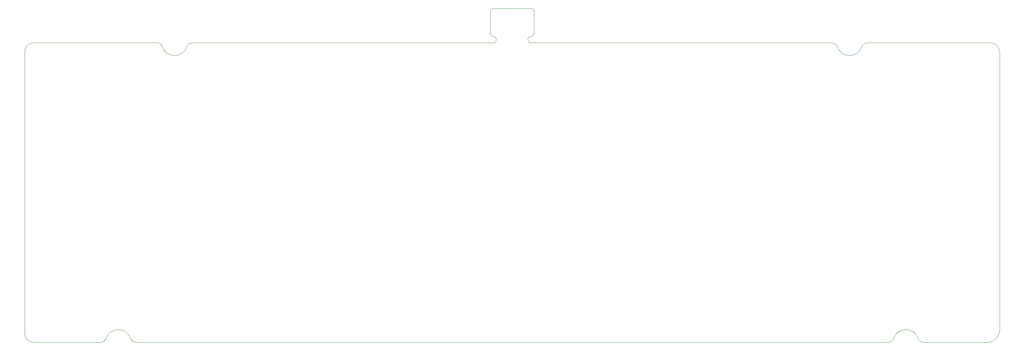
<source format=gbr>
%TF.GenerationSoftware,KiCad,Pcbnew,(6.0.0)*%
%TF.CreationDate,2022-05-03T21:11:43-05:00*%
%TF.ProjectId,QS-13u,51532d31-3375-42e6-9b69-6361645f7063,rev?*%
%TF.SameCoordinates,Original*%
%TF.FileFunction,Profile,NP*%
%FSLAX46Y46*%
G04 Gerber Fmt 4.6, Leading zero omitted, Abs format (unit mm)*
G04 Created by KiCad (PCBNEW (6.0.0)) date 2022-05-03 21:11:43*
%MOMM*%
%LPD*%
G01*
G04 APERTURE LIST*
%TA.AperFunction,Profile*%
%ADD10C,0.100000*%
%TD*%
G04 APERTURE END LIST*
D10*
X160337501Y-30162501D02*
G75*
G03*
X161131251Y-29368751I0J793750D01*
G01*
X150812500Y-31750000D02*
G75*
G03*
X150812500Y-30162500I0J793750D01*
G01*
X260117516Y-107950000D02*
X276225000Y-107950000D01*
X51032484Y-107950000D02*
G75*
G03*
X52387500Y-107156250I-2J1553457D01*
G01*
X238125000Y-32543750D02*
G75*
G03*
X236537500Y-31750000I-1587501J-1190626D01*
G01*
X150812500Y-31750000D02*
X74380016Y-31750000D01*
X236537500Y-31750000D02*
X160337501Y-31750001D01*
X276225000Y-107950000D02*
G75*
G03*
X279400000Y-104775000I3J3174997D01*
G01*
X258762500Y-107156250D02*
G75*
G03*
X260117516Y-107950000I1355015J759702D01*
G01*
X161131251Y-23716202D02*
G75*
G03*
X160433799Y-23018750I-697452J0D01*
G01*
X74380016Y-31750000D02*
G75*
G03*
X73025000Y-32543750I-1J-1553452D01*
G01*
X60092516Y-107950000D02*
X251057484Y-107950000D01*
X161131251Y-29368751D02*
X161131251Y-23716202D01*
X245830016Y-31750000D02*
G75*
G03*
X244475000Y-32543750I-1J-1553452D01*
G01*
X160337501Y-30162501D02*
G75*
G03*
X160337501Y-31750001I0J-793750D01*
G01*
X65319984Y-31750000D02*
X34131250Y-31750000D01*
X258762500Y-107156250D02*
G75*
G03*
X252412500Y-107156250I-3175000J-806348D01*
G01*
X279400000Y-34131251D02*
G75*
G03*
X277018750Y-31750001I-2381250J0D01*
G01*
X58737500Y-107156250D02*
G75*
G03*
X60092516Y-107950000I1355015J759702D01*
G01*
X150812500Y-23018750D02*
G75*
G03*
X150018750Y-23812500I0J-793750D01*
G01*
X150018750Y-29368750D02*
G75*
G03*
X150812500Y-30162500I793750J0D01*
G01*
X238125000Y-32543750D02*
G75*
G03*
X244475000Y-32543750I3175000J806350D01*
G01*
X279400000Y-104775000D02*
X279400000Y-34131251D01*
X31750000Y-105568751D02*
G75*
G03*
X34131250Y-107950000I2381252J3D01*
G01*
X34131250Y-107950000D02*
X51032484Y-107950000D01*
X58737500Y-107156250D02*
G75*
G03*
X52387500Y-107156250I-3175000J-806348D01*
G01*
X34131250Y-31750000D02*
G75*
G03*
X31750000Y-34131250I0J-2381250D01*
G01*
X150018750Y-29368750D02*
X150018750Y-23812500D01*
X66675000Y-32543750D02*
G75*
G03*
X65319984Y-31750000I-1355018J-759707D01*
G01*
X277018750Y-31750001D02*
X245830016Y-31750001D01*
X251057484Y-107950000D02*
G75*
G03*
X252412500Y-107156250I-2J1553457D01*
G01*
X66675000Y-32543750D02*
G75*
G03*
X73025000Y-32543750I3175000J806350D01*
G01*
X160433799Y-23018750D02*
X150812500Y-23018750D01*
X31750000Y-105568751D02*
X31750000Y-34131250D01*
M02*

</source>
